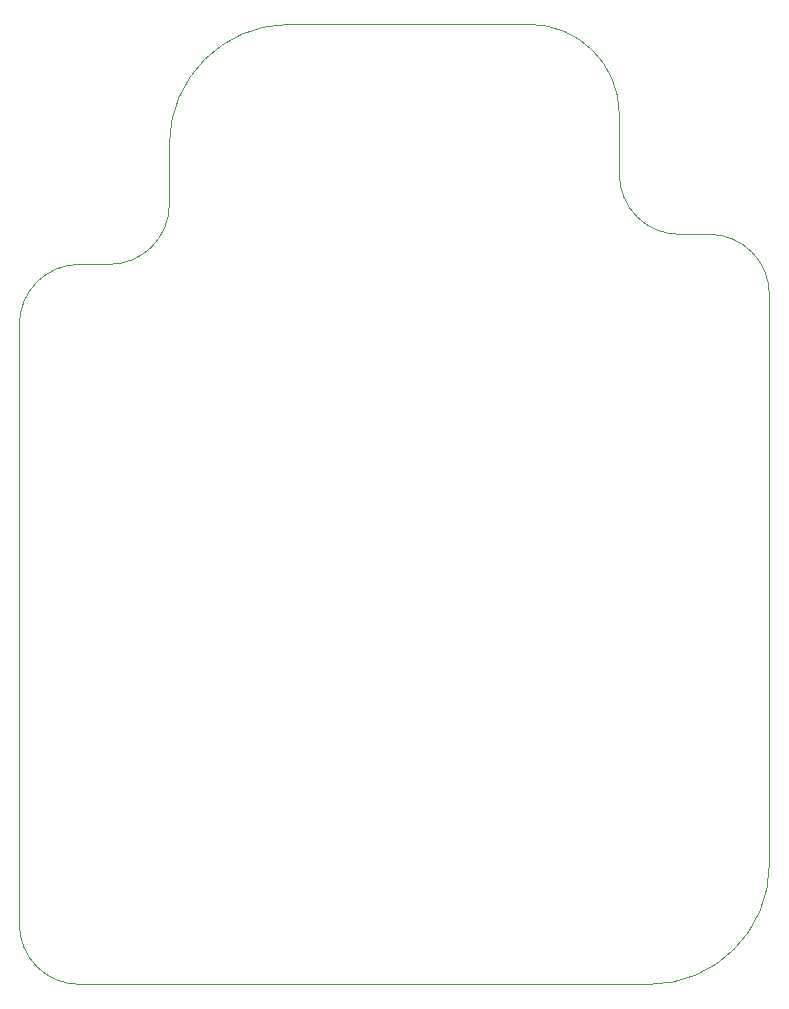
<source format=gm1>
%TF.GenerationSoftware,KiCad,Pcbnew,(6.0.2)*%
%TF.CreationDate,2022-11-27T18:43:33-05:00*%
%TF.ProjectId,ECE436_Project,45434534-3336-45f5-9072-6f6a6563742e,rev?*%
%TF.SameCoordinates,Original*%
%TF.FileFunction,Profile,NP*%
%FSLAX46Y46*%
G04 Gerber Fmt 4.6, Leading zero omitted, Abs format (unit mm)*
G04 Created by KiCad (PCBNEW (6.0.2)) date 2022-11-27 18:43:33*
%MOMM*%
%LPD*%
G01*
G04 APERTURE LIST*
%TA.AperFunction,Profile*%
%ADD10C,0.100000*%
%TD*%
G04 APERTURE END LIST*
D10*
X269240000Y-99060000D02*
G75*
G03*
X264160000Y-93980000I-5080000J0D01*
G01*
X256540000Y-88900000D02*
G75*
G03*
X261620000Y-93980000I5080000J0D01*
G01*
X261620000Y-93980000D02*
X264160000Y-93980000D01*
X256540000Y-83820000D02*
X256540000Y-88900000D01*
X210820000Y-96520000D02*
G75*
G03*
X205740000Y-101600000I0J-5080000D01*
G01*
X213360000Y-96520000D02*
G75*
G03*
X218440000Y-91440000I0J5080000D01*
G01*
X213360000Y-96520000D02*
X210820000Y-96520000D01*
X218440000Y-86360000D02*
X218440000Y-91440000D01*
X256540000Y-83820000D02*
G75*
G03*
X248920000Y-76200000I-7620000J0D01*
G01*
X259080000Y-157480000D02*
G75*
G03*
X269240000Y-147320000I0J10160000D01*
G01*
X205740000Y-152400000D02*
G75*
G03*
X210820000Y-157480000I5080000J0D01*
G01*
X228600000Y-76200000D02*
G75*
G03*
X218440000Y-86360000I0J-10160000D01*
G01*
X269240000Y-147320000D02*
X269240000Y-99060000D01*
X210820000Y-157480000D02*
X259080000Y-157480000D01*
X205740000Y-101600000D02*
X205740000Y-152400000D01*
X248920000Y-76200000D02*
X228600000Y-76200000D01*
M02*

</source>
